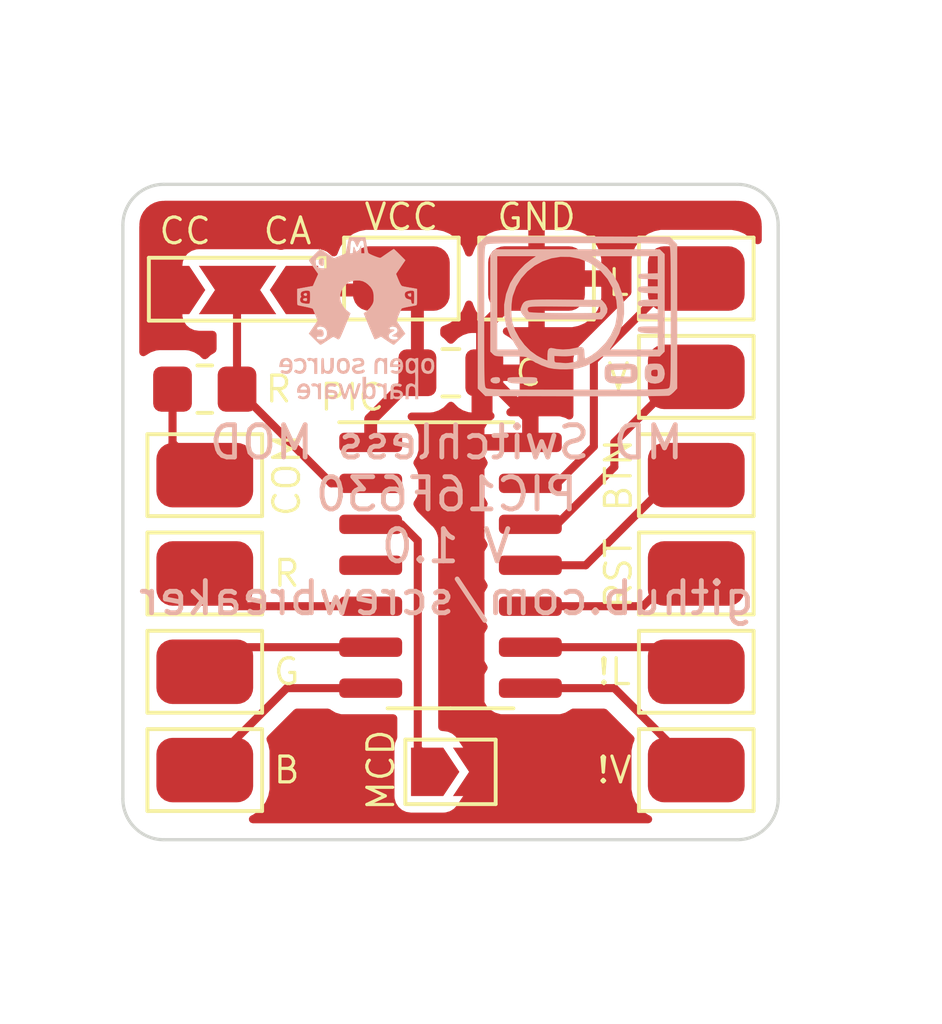
<source format=kicad_pcb>
(kicad_pcb (version 20211014) (generator pcbnew)
  (layers (0 "F.Cu" mixed) (31 "B.Cu" mixed) (34 "B.Paste" user) (35 "F.Paste" user) (36 "B.SilkS" user "B.Silkscreen") (37 "F.SilkS" user "F.Silkscreen") (38 "B.Mask" user) (39 "F.Mask" user) (44 "Edge.Cuts" user))
  (net 0 "")
  (net 1 "VCC")
  (net 2 "GND")
  (net 3 "RED")
  (net 4 "GREEN")
  (net 5 "BLUE")
  (net 6 "BUTTON")
  (net 7 "RESET_OUT")
  (net 8 "VIDEO")
  (net 9 "LANGUAGE")
  (net 10 "_VIDEO")
  (net 11 "_LANGUAGE")
  (net 12 "MCD_MODE")
  (net 14 "Net-(J12-Pad1)")
  (net 15 "LED_TYPE")
  (footprint "footprints:pad" (layer "F.Cu") (at 154.94 112.268)
    (fp_text reference "J11" hide)
    (fp_text value "Conn_01x01" hide)
    (pad "1" smd roundrect (at 0 0) (size 3 2) (layers "F.Cu" "F.Paste" "F.Mask") (net 10 "_VIDEO"))
  )
  (footprint "footprints:pad" (layer "F.Cu") (at 154.94 109.22)
    (fp_text reference "J10" hide)
    (fp_text value "Conn_01x01" hide)
    (pad "1" smd roundrect (at 0 0) (size 3 2) (layers "F.Cu" "F.Paste" "F.Mask") (net 11 "_LANGUAGE"))
  )
  (footprint "footprints:pad" (layer "F.Cu") (at 139.7 103.124)
    (fp_text reference "J12" hide)
    (fp_text value "Conn_01x01" hide)
    (pad "1" smd roundrect (at 0 0) (size 3 2) (layers "F.Cu" "F.Paste" "F.Mask") (net 14 "Net-(J12-Pad1)"))
  )
  (footprint "footprints:pad" (layer "F.Cu") (at 145.796 97.028)
    (fp_text reference "J1" hide)
    (fp_text value "Conn_01x01" hide)
    (pad "1" smd roundrect (at 0 0) (size 3 2) (layers "F.Cu" "F.Paste" "F.Mask") (net 1 "VCC"))
  )
  (footprint "footprints:pad" (layer "F.Cu") (at 139.7 106.172)
    (fp_text reference "J5" hide)
    (fp_text value "Conn_01x01" hide)
    (pad "1" smd roundrect (at 0 0) (size 3 2) (layers "F.Cu" "F.Paste" "F.Mask") (net 3 "RED"))
  )
  (footprint "Jumper:SolderJumper-3_P2.0mm_Open_TrianglePad1.0x1.5mm" (layer "F.Cu") (at 140.716 97.3836)
    (fp_text reference "JP2" hide)
    (fp_text value "Jumper_3_Open" hide)
    (pad "1" smd custom (at -2 0) (size 0.3 0.3) (layers "F.Cu" "F.Mask") (net 2 "GND") (options (clearance outline) (anchor rect)) (primitives (gr_poly (pts (xy 1 0) (xy 0.5 0.75) (xy -0.5 0.75) (xy -0.5 -0.75) (xy 0.5 -0.75)) (width 0) (fill yes))))
    (pad "2" smd custom (at 0 0) (size 0.3 0.3) (layers "F.Cu") (net 15 "LED_TYPE") (options (clearance outline) (anchor rect)) (primitives (gr_poly (pts (xy 0.7 0) (xy 1.2 0.75) (xy -1.2 0.75) (xy -0.7 0) (xy -1.2 -0.75) (xy 1.2 -0.75)) (width 0) (fill yes))))
    (pad "3" smd custom (at 2 0 180) (size 0.3 0.3) (layers "F.Cu" "F.Mask") (net 1 "VCC") (options (clearance outline) (anchor rect)) (primitives (gr_poly (pts (xy 1 0) (xy 0.5 0.75) (xy -0.5 0.75) (xy -0.5 -0.75) (xy 0.5 -0.75)) (width 0) (fill yes))))
  )
  (footprint "footprints:pad" (layer "F.Cu") (at 154.94 106.172)
    (fp_text reference "J7" hide)
    (fp_text value "Conn_01x01" hide)
    (pad "1" smd roundrect (at 0 0) (size 3 2) (layers "F.Cu" "F.Paste" "F.Mask") (net 7 "RESET_OUT"))
  )
  (footprint "Resistor_SMD:R_0805_2012Metric_Pad1.20x1.40mm_HandSolder" (layer "F.Cu") (at 139.7 100.457)
    (fp_text reference "R1" hide)
    (fp_text value "10K" hide)
    (pad "1" smd roundrect (at -1 0) (size 1.2 1.4) (layers "F.Cu" "F.Paste" "F.Mask") (roundrect_rratio 0.2083333333) (net 14 "Net-(J12-Pad1)"))
    (pad "2" smd roundrect (at 1 0) (size 1.2 1.4) (layers "F.Cu" "F.Paste" "F.Mask") (roundrect_rratio 0.2083333333) (net 15 "LED_TYPE"))
  )
  (footprint "Jumper:SolderJumper-2_P1.3mm_Open_TrianglePad1.0x1.5mm" (layer "F.Cu") (at 147.32 112.323)
    (fp_text reference "JP1" hide)
    (fp_text value "SolderJumper_2_Open" hide)
    (pad "1" smd custom (at -0.725 0) (size 0.3 0.3) (layers "F.Cu" "F.Mask") (net 12 "MCD_MODE") (options (clearance outline) (anchor rect)) (primitives (gr_poly (pts (xy 1 0) (xy 0.5 0.75) (xy -0.5 0.75) (xy -0.5 -0.75) (xy 0.5 -0.75)) (width 0) (fill yes))))
    (pad "2" smd custom (at 0.725 0) (size 0.3 0.3) (layers "F.Cu" "F.Mask") (net 2 "GND") (options (clearance outline) (anchor rect)) (primitives (gr_poly (pts (xy 0.5 0.75) (xy -0.65 0.75) (xy -0.15 0) (xy -0.65 -0.75) (xy 0.5 -0.75)) (width 0) (fill yes))))
  )
  (footprint "footprints:pad" (layer "F.Cu") (at 149.987 97.028)
    (fp_text reference "J2" hide)
    (fp_text value "Conn_01x01" hide)
    (pad "1" smd roundrect (at 0 0) (size 3 2) (layers "F.Cu" "F.Paste" "F.Mask") (net 2 "GND"))
  )
  (footprint "Package_SO:SOIC-14_3.9x8.7mm_P1.27mm" (layer "F.Cu") (at 147.32 105.918)
    (fp_text reference "U1" hide)
    (fp_text value "PIC16F630" hide)
    (pad "1" smd roundrect (at -2.475 -3.81) (size 1.95 0.6) (layers "F.Cu" "F.Paste" "F.Mask") (net 1 "VCC"))
    (pad "2" smd roundrect (at -2.475 -2.54) (size 1.95 0.6) (layers "F.Cu" "F.Paste" "F.Mask") (net 15 "LED_TYPE"))
    (pad "3" smd roundrect (at -2.475 -1.27) (size 1.95 0.6) (layers "F.Cu" "F.Paste" "F.Mask") (net 12 "MCD_MODE"))
    (pad "4" smd roundrect (at -2.475 0) (size 1.95 0.6) (layers "F.Cu" "F.Paste" "F.Mask"))
    (pad "5" smd roundrect (at -2.475 1.27) (size 1.95 0.6) (layers "F.Cu" "F.Paste" "F.Mask") (net 3 "RED"))
    (pad "6" smd roundrect (at -2.475 2.54) (size 1.95 0.6) (layers "F.Cu" "F.Paste" "F.Mask") (net 4 "GREEN"))
    (pad "7" smd roundrect (at -2.475 3.81) (size 1.95 0.6) (layers "F.Cu" "F.Paste" "F.Mask") (net 5 "BLUE"))
    (pad "8" smd roundrect (at 2.475 3.81) (size 1.95 0.6) (layers "F.Cu" "F.Paste" "F.Mask") (net 10 "_VIDEO"))
    (pad "9" smd roundrect (at 2.475 2.54) (size 1.95 0.6) (layers "F.Cu" "F.Paste" "F.Mask") (net 11 "_LANGUAGE"))
    (pad "10" smd roundrect (at 2.475 1.27) (size 1.95 0.6) (layers "F.Cu" "F.Paste" "F.Mask") (net 7 "RESET_OUT"))
    (pad "11" smd roundrect (at 2.475 0) (size 1.95 0.6) (layers "F.Cu" "F.Paste" "F.Mask") (net 6 "BUTTON"))
    (pad "12" smd roundrect (at 2.475 -1.27) (size 1.95 0.6) (layers "F.Cu" "F.Paste" "F.Mask") (net 8 "VIDEO"))
    (pad "13" smd roundrect (at 2.475 -2.54) (size 1.95 0.6) (layers "F.Cu" "F.Paste" "F.Mask") (net 9 "LANGUAGE"))
    (pad "14" smd roundrect (at 2.475 -3.81) (size 1.95 0.6) (layers "F.Cu" "F.Paste" "F.Mask") (net 2 "GND"))
  )
  (footprint "footprints:pad" (layer "F.Cu") (at 154.94 97.028)
    (fp_text reference "J8" hide)
    (fp_text value "Conn_01x01" hide)
    (pad "1" smd roundrect (at 0 0) (size 3 2) (layers "F.Cu" "F.Paste" "F.Mask") (net 9 "LANGUAGE"))
  )
  (footprint "footprints:pad" (layer "F.Cu") (at 139.7 109.22)
    (fp_text reference "J4" hide)
    (fp_text value "Conn_01x01" hide)
    (pad "1" smd roundrect (at 0 0) (size 3 2) (layers "F.Cu" "F.Paste" "F.Mask") (net 4 "GREEN"))
  )
  (footprint "footprints:pad" (layer "F.Cu") (at 139.7 112.268)
    (fp_text reference "J3" hide)
    (fp_text value "Conn_01x01" hide)
    (pad "1" smd roundrect (at 0 0) (size 3 2) (layers "F.Cu" "F.Paste" "F.Mask") (net 5 "BLUE"))
  )
  (footprint "footprints:pad" (layer "F.Cu") (at 154.94 100.076)
    (fp_text reference "J9" hide)
    (fp_text value "Conn_01x01" hide)
    (pad "1" smd roundrect (at 0 0) (size 3 2) (layers "F.Cu" "F.Paste" "F.Mask") (net 8 "VIDEO"))
  )
  (footprint "footprints:pad" (layer "F.Cu") (at 154.94 103.124)
    (fp_text reference "J6" hide)
    (fp_text value "Conn_01x01" hide)
    (pad "1" smd roundrect (at 0 0) (size 3 2) (layers "F.Cu" "F.Paste" "F.Mask") (net 6 "BUTTON"))
  )
  (footprint "Capacitor_SMD:C_0805_2012Metric_Pad1.18x1.45mm_HandSolder" (layer "F.Cu") (at 147.33075 99.949)
    (fp_text reference "C1" hide)
    (fp_text value "100nF" hide)
    (pad "1" smd roundrect (at -1.0375 0) (size 1.175 1.45) (layers "F.Cu" "F.Paste" "F.Mask") (roundrect_rratio 0.2127659574) (net 1 "VCC"))
    (pad "2" smd roundrect (at 1.0375 0) (size 1.175 1.45) (layers "F.Cu" "F.Paste" "F.Mask") (roundrect_rratio 0.2127659574) (net 2 "GND"))
  )
  (footprint "footprints:OSHW" (layer "B.Cu") (at 144.399 98.298 180)
    (fp_text reference "V2" hide)
    (fp_text value "OSHW" hide)
  )
  (footprint "footprints:md_pic" (layer "B.Cu") (at 151.257 98.171 180)
    (fp_text reference "V1" hide)
    (fp_text value "md img" hide)
  )
  (gr_arc (start 157.48 113.157) (mid 157.108026 114.055026) (end 156.21 114.427) (layer "Edge.Cuts") (width 0.1))
  (gr_arc (start 156.21 94.107) (mid 157.108026 94.478974) (end 157.48 95.377) (layer "Edge.Cuts") (width 0.1))
  (gr_line (start 156.21 94.107) (end 138.43 94.107) (layer "Edge.Cuts") (width 0.1))
  (gr_arc (start 138.43 114.427) (mid 137.531974 114.055026) (end 137.16 113.157) (layer "Edge.Cuts") (width 0.1))
  (gr_line (start 138.43 114.427) (end 156.21 114.427) (layer "Edge.Cuts") (width 0.1))
  (gr_line (start 157.48 113.157) (end 157.48 95.377) (layer "Edge.Cuts") (width 0.1))
  (gr_line (start 137.16 95.377) (end 137.16 113.157) (layer "Edge.Cuts") (width 0.1))
  (gr_arc (start 137.16 95.377) (mid 137.531974 94.478974) (end 138.43 94.107) (layer "Edge.Cuts") (width 0.1))
  (gr_text "MD Switchless MOD\nPIC16F630\nV 1.0\ngithub.com/screwbreaker" (at 147.193 104.521) (layer "B.SilkS") (effects (font (size 1 1)) (justify mirror)))
  (gr_text "RST" (at 152.527 106.172001 90) (layer "F.SilkS") (effects (font (size 0.8 0.8) (thickness 0.1))))
  (gr_text "!V" (at 152.4 112.268) (layer "F.SilkS") (effects (font (size 0.8 0.8) (thickness 0.1))))
  (gr_text "GND" (at 149.987 95.123) (layer "F.SilkS") (effects (font (size 0.8 0.8) (thickness 0.1))))
  (gr_text "VCC" (at 145.796 95.123) (layer "F.SilkS") (effects (font (size 0.8 0.8) (thickness 0.1))))
  (gr_text "BTN" (at 152.527 103.124001 90) (layer "F.SilkS") (effects (font (size 0.8 0.8) (thickness 0.1))))
  (gr_text "CA" (at 142.2654 95.5548) (layer "F.SilkS") (effects (font (size 0.8 0.8) (thickness 0.1))))
  (gr_text "CC" (at 139.0904 95.5548) (layer "F.SilkS") (effects (font (size 0.8 0.8) (thickness 0.1))))
  (gr_text "L" (at 152.527 97.155) (layer "F.SilkS") (effects (font (size 0.8 0.8) (thickness 0.1))))
  (gr_text "C" (at 149.733 99.949) (layer "F.SilkS") (effects (font (size 0.8 0.8) (thickness 0.1))))
  (gr_text "G" (at 142.24 109.22) (layer "F.SilkS") (effects (font (size 0.8 0.8) (thickness 0.1))))
  (gr_text "V" (at 152.527 100.076) (layer "F.SilkS") (effects (font (size 0.8 0.8) (thickness 0.1))))
  (gr_text "COM" (at 142.24 103.124 90) (layer "F.SilkS") (effects (font (size 0.8 0.8) (thickness 0.1))))
  (gr_text "PIC" (at 144.272 100.711) (layer "F.SilkS") (effects (font (size 0.8 0.8) (thickness 0.1))))
  (gr_text "B" (at 142.24 112.268) (layer "F.SilkS") (effects (font (size 0.8 0.8) (thickness 0.1))))
  (gr_text "R" (at 141.986 100.457) (layer "F.SilkS") (effects (font (size 0.8 0.8) (thickness 0.1))))
  (gr_text "!L" (at 152.4 109.22) (layer "F.SilkS") (effects (font (size 0.8 0.8) (thickness 0.1))))
  (gr_text "MCD" (at 145.161 112.268 90) (layer "F.SilkS") (effects (font (size 0.8 0.8) (thickness 0.1))))
  (gr_text "R" (at 142.24 106.172) (layer "F.SilkS") (effects (font (size 0.8 0.8) (thickness 0.1))))
  (segment (start 142.716 97.3836) (end 145.4404 97.3836) (width 0.4) (layer "F.Cu") (net 1))
  (segment (start 146.29325 97.77925) (end 145.796 97.282) (width 0.4) (layer "F.Cu") (net 1))
  (segment (start 144.845 102.108) (end 144.845 101.39725) (width 0.4) (layer "F.Cu") (net 1))
  (segment (start 146.29325 99.949) (end 146.29325 97.52525) (width 0.4) (layer "F.Cu") (net 1))
  (segment (start 144.845 101.39725) (end 146.29325 99.949) (width 0.4) (layer "F.Cu") (net 1))
  (segment (start 145.4404 97.3836) (end 145.796 97.028) (width 0.4) (layer "F.Cu") (net 1))
  (segment (start 146.29325 97.52525) (end 145.796 97.028) (width 0.4) (layer "F.Cu") (net 1))
  (segment (start 149.795 101.39725) (end 149.80575 101.3865) (width 0.4) (layer "F.Cu") (net 2))
  (segment (start 148.172 100.14525) (end 148.36825 99.949) (width 0.4) (layer "F.Cu") (net 2))
  (segment (start 148.172 112.323) (end 148.172 100.14525) (width 0.4) (layer "F.Cu") (net 2))
  (segment (start 149.987 97.028) (end 149.86 97.028) (width 0.4) (layer "F.Cu") (net 2))
  (segment (start 149.86 97.028) (end 148.36825 98.51975) (width 0.4) (layer "F.Cu") (net 2))
  (segment (start 148.36825 99.949) (end 148.36825 98.51975) (width 0.4) (layer "F.Cu") (net 2))
  (segment (start 149.80575 101.3865) (end 148.36825 99.949) (width 0.4) (layer "F.Cu") (net 2))
  (segment (start 149.795 102.108) (end 149.795 101.39725) (width 0.4) (layer "F.Cu") (net 2))
  (segment (start 144.845 107.188) (end 140.716 107.188) (width 0.25) (layer "F.Cu") (net 3))
  (segment (start 140.716 107.188) (end 139.7 106.172) (width 0.25) (layer "F.Cu") (net 3))
  (segment (start 144.845 108.458) (end 140.462 108.458) (width 0.25) (layer "F.Cu") (net 4))
  (segment (start 140.462 108.458) (end 139.7 109.22) (width 0.25) (layer "F.Cu") (net 4))
  (segment (start 144.845 109.728) (end 142.24 109.728) (width 0.25) (layer "F.Cu") (net 5))
  (segment (start 142.24 109.728) (end 139.7 112.268) (width 0.25) (layer "F.Cu") (net 5))
  (segment (start 154.305 103.124) (end 154.94 103.124) (width 0.25) (layer "F.Cu") (net 6))
  (segment (start 149.795 105.918) (end 151.511 105.918) (width 0.25) (layer "F.Cu") (net 6))
  (segment (start 151.511 105.918) (end 154.305 103.124) (width 0.25) (layer "F.Cu") (net 6))
  (segment (start 154.305 106.172) (end 154.94 106.172) (width 0.25) (layer "F.Cu") (net 7))
  (segment (start 153.289 107.188) (end 154.305 106.172) (width 0.25) (layer "F.Cu") (net 7))
  (segment (start 149.795 107.188) (end 153.289 107.188) (width 0.25) (layer "F.Cu") (net 7))
  (segment (start 154.432 100.076) (end 154.94 100.076) (width 0.25) (layer "F.Cu") (net 8))
  (segment (start 152.4 102.87) (end 152.4 102.108) (width 0.25) (layer "F.Cu") (net 8))
  (segment (start 150.622 104.648) (end 152.4 102.87) (width 0.25) (layer "F.Cu") (net 8))
  (segment (start 152.4 102.108) (end 154.432 100.076) (width 0.25) (layer "F.Cu") (net 8))
  (segment (start 149.795 104.648) (end 150.622 104.648) (width 0.25) (layer "F.Cu") (net 8))
  (segment (start 149.795 103.378) (end 150.622 103.378) (width 0.25) (layer "F.Cu") (net 9))
  (segment (start 154.305 97.028) (end 154.94 97.028) (width 0.25) (layer "F.Cu") (net 9))
  (segment (start 151.765 99.568) (end 154.305 97.028) (width 0.25) (layer "F.Cu") (net 9))
  (segment (start 151.765 102.235) (end 151.765 99.568) (width 0.25) (layer "F.Cu") (net 9))
  (segment (start 150.622 103.378) (end 151.765 102.235) (width 0.25) (layer "F.Cu") (net 9))
  (segment (start 149.795 109.728) (end 152.4 109.728) (width 0.25) (layer "F.Cu") (net 10))
  (segment (start 152.4 109.728) (end 154.94 112.268) (width 0.25) (layer "F.Cu") (net 10))
  (segment (start 149.795 108.458) (end 154.178 108.458) (width 0.25) (layer "F.Cu") (net 11))
  (segment (start 154.178 108.458) (end 154.94 109.22) (width 0.25) (layer "F.Cu") (net 11))
  (segment (start 146.595 111.887) (end 146.304 111.596) (width 0.25) (layer "F.Cu") (net 12))
  (segment (start 146.304 111.596) (end 146.304 105.156) (width 0.25) (layer "F.Cu") (net 12))
  (segment (start 145.796 104.648) (end 144.845 104.648) (width 0.25) (layer "F.Cu") (net 12))
  (segment (start 146.722 112.323) (end 146.722 112.014) (width 0.25) (layer "F.Cu") (net 12))
  (segment (start 146.595 112.323) (end 146.595 111.887) (width 0.25) (layer "F.Cu") (net 12))
  (segment (start 146.304 105.156) (end 145.796 104.648) (width 0.25) (layer "F.Cu") (net 12))
  (segment (start 138.7 102.124) (end 138.7 100.457) (width 0.25) (layer "F.Cu") (net 14))
  (segment (start 139.7 103.124) (end 138.7 102.124) (width 0.25) (layer "F.Cu") (net 14))
  (segment (start 140.7 100.457) (end 140.7 97.3996) (width 0.25) (layer "F.Cu") (net 15))
  (segment (start 143.621 103.378) (end 140.7 100.457) (width 0.25) (layer "F.Cu") (net 15))
  (segment (start 144.845 103.378) (end 143.621 103.378) (width 0.25) (layer "F.Cu") (net 15))
  (zone locked (net 2) (net_name "GND") (layer "F.Cu") (name "GND") (connect_pads (clearance 0.508)) (min_thickness 0.254) (fill yes (thermal_gap 0.508) (thermal_bridge_width 0.508))
    (polygon (pts (xy 162.56 120.142) (xy 133.35 120.142) (xy 133.35 88.392) (xy 162.56 88.392)))
  )
)
</source>
